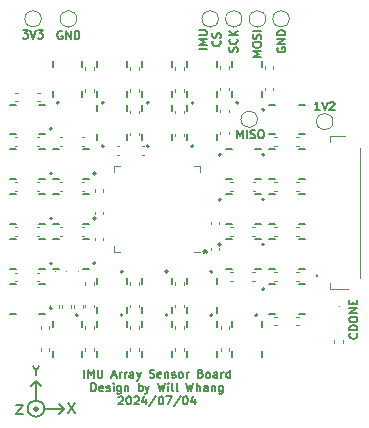
<source format=gbr>
G04 #@! TF.GenerationSoftware,KiCad,Pcbnew,(6.0.9)*
G04 #@! TF.CreationDate,2024-07-14T21:03:07-07:00*
G04 #@! TF.ProjectId,AccArray_QFN,41636341-7272-4617-995f-51464e2e6b69,rev?*
G04 #@! TF.SameCoordinates,Original*
G04 #@! TF.FileFunction,Legend,Top*
G04 #@! TF.FilePolarity,Positive*
%FSLAX46Y46*%
G04 Gerber Fmt 4.6, Leading zero omitted, Abs format (unit mm)*
G04 Created by KiCad (PCBNEW (6.0.9)) date 2024-07-14 21:03:07*
%MOMM*%
%LPD*%
G01*
G04 APERTURE LIST*
%ADD10C,0.150000*%
%ADD11C,0.300000*%
%ADD12C,0.200000*%
%ADD13C,0.100000*%
%ADD14C,0.120000*%
%ADD15C,0.127000*%
G04 APERTURE END LIST*
D10*
X89750000Y-86200000D02*
X89750000Y-84550000D01*
X90450000Y-86900000D02*
G75*
G03*
X90450000Y-86900000I-700000J0D01*
G01*
X92100000Y-86900000D02*
X91675736Y-86475736D01*
X89750000Y-84550000D02*
X89325736Y-84974264D01*
D11*
X89850000Y-86900000D02*
G75*
G03*
X89850000Y-86900000I-100000J0D01*
G01*
D10*
X92100000Y-86900000D02*
X91675736Y-87324264D01*
X92100000Y-86900000D02*
X90450000Y-86900000D01*
X89750000Y-84550000D02*
X90174264Y-84974264D01*
D12*
X89750000Y-83680952D02*
X89750000Y-84061904D01*
X89483333Y-83261904D02*
X89750000Y-83680952D01*
X90016666Y-83261904D01*
D10*
X104100000Y-73416666D02*
X104100000Y-73583333D01*
X103933333Y-73516666D02*
X104100000Y-73583333D01*
X104266666Y-73516666D01*
X104000000Y-73716666D02*
X104100000Y-73583333D01*
X104200000Y-73716666D01*
D12*
X88083333Y-86561904D02*
X88616666Y-86561904D01*
X88083333Y-87361904D01*
X88616666Y-87361904D01*
X92483333Y-86461904D02*
X93016666Y-87261904D01*
X93016666Y-86461904D02*
X92483333Y-87261904D01*
D10*
X110200000Y-56333333D02*
X110166666Y-56400000D01*
X110166666Y-56500000D01*
X110200000Y-56600000D01*
X110266666Y-56666666D01*
X110333333Y-56700000D01*
X110466666Y-56733333D01*
X110566666Y-56733333D01*
X110700000Y-56700000D01*
X110766666Y-56666666D01*
X110833333Y-56600000D01*
X110866666Y-56500000D01*
X110866666Y-56433333D01*
X110833333Y-56333333D01*
X110800000Y-56300000D01*
X110566666Y-56300000D01*
X110566666Y-56433333D01*
X110866666Y-56000000D02*
X110166666Y-56000000D01*
X110866666Y-55600000D01*
X110166666Y-55600000D01*
X110866666Y-55266666D02*
X110166666Y-55266666D01*
X110166666Y-55100000D01*
X110200000Y-55000000D01*
X110266666Y-54933333D01*
X110333333Y-54900000D01*
X110466666Y-54866666D01*
X110566666Y-54866666D01*
X110700000Y-54900000D01*
X110766666Y-54933333D01*
X110833333Y-55000000D01*
X110866666Y-55100000D01*
X110866666Y-55266666D01*
X108816666Y-57100000D02*
X108116666Y-57100000D01*
X108616666Y-56866666D01*
X108116666Y-56633333D01*
X108816666Y-56633333D01*
X108116666Y-56166666D02*
X108116666Y-56033333D01*
X108150000Y-55966666D01*
X108216666Y-55900000D01*
X108350000Y-55866666D01*
X108583333Y-55866666D01*
X108716666Y-55900000D01*
X108783333Y-55966666D01*
X108816666Y-56033333D01*
X108816666Y-56166666D01*
X108783333Y-56233333D01*
X108716666Y-56300000D01*
X108583333Y-56333333D01*
X108350000Y-56333333D01*
X108216666Y-56300000D01*
X108150000Y-56233333D01*
X108116666Y-56166666D01*
X108783333Y-55600000D02*
X108816666Y-55500000D01*
X108816666Y-55333333D01*
X108783333Y-55266666D01*
X108750000Y-55233333D01*
X108683333Y-55200000D01*
X108616666Y-55200000D01*
X108550000Y-55233333D01*
X108516666Y-55266666D01*
X108483333Y-55333333D01*
X108450000Y-55466666D01*
X108416666Y-55533333D01*
X108383333Y-55566666D01*
X108316666Y-55600000D01*
X108250000Y-55600000D01*
X108183333Y-55566666D01*
X108150000Y-55533333D01*
X108116666Y-55466666D01*
X108116666Y-55300000D01*
X108150000Y-55200000D01*
X108816666Y-54900000D02*
X108116666Y-54900000D01*
X104253166Y-56416666D02*
X103553166Y-56416666D01*
X104253166Y-56083333D02*
X103553166Y-56083333D01*
X104053166Y-55850000D01*
X103553166Y-55616666D01*
X104253166Y-55616666D01*
X103553166Y-55283333D02*
X104119833Y-55283333D01*
X104186500Y-55250000D01*
X104219833Y-55216666D01*
X104253166Y-55150000D01*
X104253166Y-55016666D01*
X104219833Y-54950000D01*
X104186500Y-54916666D01*
X104119833Y-54883333D01*
X103553166Y-54883333D01*
X105313500Y-55766666D02*
X105346833Y-55800000D01*
X105380166Y-55900000D01*
X105380166Y-55966666D01*
X105346833Y-56066666D01*
X105280166Y-56133333D01*
X105213500Y-56166666D01*
X105080166Y-56200000D01*
X104980166Y-56200000D01*
X104846833Y-56166666D01*
X104780166Y-56133333D01*
X104713500Y-56066666D01*
X104680166Y-55966666D01*
X104680166Y-55900000D01*
X104713500Y-55800000D01*
X104746833Y-55766666D01*
X105346833Y-55500000D02*
X105380166Y-55400000D01*
X105380166Y-55233333D01*
X105346833Y-55166666D01*
X105313500Y-55133333D01*
X105246833Y-55100000D01*
X105180166Y-55100000D01*
X105113500Y-55133333D01*
X105080166Y-55166666D01*
X105046833Y-55233333D01*
X105013500Y-55366666D01*
X104980166Y-55433333D01*
X104946833Y-55466666D01*
X104880166Y-55500000D01*
X104813500Y-55500000D01*
X104746833Y-55466666D01*
X104713500Y-55433333D01*
X104680166Y-55366666D01*
X104680166Y-55200000D01*
X104713500Y-55100000D01*
X91966666Y-54950000D02*
X91900000Y-54916666D01*
X91800000Y-54916666D01*
X91700000Y-54950000D01*
X91633333Y-55016666D01*
X91600000Y-55083333D01*
X91566666Y-55216666D01*
X91566666Y-55316666D01*
X91600000Y-55450000D01*
X91633333Y-55516666D01*
X91700000Y-55583333D01*
X91800000Y-55616666D01*
X91866666Y-55616666D01*
X91966666Y-55583333D01*
X92000000Y-55550000D01*
X92000000Y-55316666D01*
X91866666Y-55316666D01*
X92300000Y-55616666D02*
X92300000Y-54916666D01*
X92700000Y-55616666D01*
X92700000Y-54916666D01*
X93033333Y-55616666D02*
X93033333Y-54916666D01*
X93200000Y-54916666D01*
X93300000Y-54950000D01*
X93366666Y-55016666D01*
X93400000Y-55083333D01*
X93433333Y-55216666D01*
X93433333Y-55316666D01*
X93400000Y-55450000D01*
X93366666Y-55516666D01*
X93300000Y-55583333D01*
X93200000Y-55616666D01*
X93033333Y-55616666D01*
X106783333Y-56700000D02*
X106816666Y-56600000D01*
X106816666Y-56433333D01*
X106783333Y-56366666D01*
X106750000Y-56333333D01*
X106683333Y-56300000D01*
X106616666Y-56300000D01*
X106550000Y-56333333D01*
X106516666Y-56366666D01*
X106483333Y-56433333D01*
X106450000Y-56566666D01*
X106416666Y-56633333D01*
X106383333Y-56666666D01*
X106316666Y-56700000D01*
X106250000Y-56700000D01*
X106183333Y-56666666D01*
X106150000Y-56633333D01*
X106116666Y-56566666D01*
X106116666Y-56400000D01*
X106150000Y-56300000D01*
X106750000Y-55600000D02*
X106783333Y-55633333D01*
X106816666Y-55733333D01*
X106816666Y-55800000D01*
X106783333Y-55900000D01*
X106716666Y-55966666D01*
X106650000Y-56000000D01*
X106516666Y-56033333D01*
X106416666Y-56033333D01*
X106283333Y-56000000D01*
X106216666Y-55966666D01*
X106150000Y-55900000D01*
X106116666Y-55800000D01*
X106116666Y-55733333D01*
X106150000Y-55633333D01*
X106183333Y-55600000D01*
X106816666Y-55300000D02*
X106116666Y-55300000D01*
X106816666Y-54900000D02*
X106416666Y-55200000D01*
X106116666Y-54900000D02*
X106516666Y-55300000D01*
X113766666Y-61616666D02*
X113366666Y-61616666D01*
X113566666Y-61616666D02*
X113566666Y-60916666D01*
X113500000Y-61016666D01*
X113433333Y-61083333D01*
X113366666Y-61116666D01*
X113966666Y-60916666D02*
X114200000Y-61616666D01*
X114433333Y-60916666D01*
X114633333Y-60983333D02*
X114666666Y-60950000D01*
X114733333Y-60916666D01*
X114900000Y-60916666D01*
X114966666Y-60950000D01*
X115000000Y-60983333D01*
X115033333Y-61050000D01*
X115033333Y-61116666D01*
X115000000Y-61216666D01*
X114600000Y-61616666D01*
X115033333Y-61616666D01*
X88633333Y-54866666D02*
X89066666Y-54866666D01*
X88833333Y-55133333D01*
X88933333Y-55133333D01*
X89000000Y-55166666D01*
X89033333Y-55200000D01*
X89066666Y-55266666D01*
X89066666Y-55433333D01*
X89033333Y-55500000D01*
X89000000Y-55533333D01*
X88933333Y-55566666D01*
X88733333Y-55566666D01*
X88666666Y-55533333D01*
X88633333Y-55500000D01*
X89266666Y-54866666D02*
X89500000Y-55566666D01*
X89733333Y-54866666D01*
X89900000Y-54866666D02*
X90333333Y-54866666D01*
X90100000Y-55133333D01*
X90200000Y-55133333D01*
X90266666Y-55166666D01*
X90300000Y-55200000D01*
X90333333Y-55266666D01*
X90333333Y-55433333D01*
X90300000Y-55500000D01*
X90266666Y-55533333D01*
X90200000Y-55566666D01*
X90000000Y-55566666D01*
X89933333Y-55533333D01*
X89900000Y-55500000D01*
X106800000Y-64016666D02*
X106800000Y-63316666D01*
X107033333Y-63816666D01*
X107266666Y-63316666D01*
X107266666Y-64016666D01*
X107600000Y-64016666D02*
X107600000Y-63316666D01*
X107900000Y-63983333D02*
X108000000Y-64016666D01*
X108166666Y-64016666D01*
X108233333Y-63983333D01*
X108266666Y-63950000D01*
X108300000Y-63883333D01*
X108300000Y-63816666D01*
X108266666Y-63750000D01*
X108233333Y-63716666D01*
X108166666Y-63683333D01*
X108033333Y-63650000D01*
X107966666Y-63616666D01*
X107933333Y-63583333D01*
X107900000Y-63516666D01*
X107900000Y-63450000D01*
X107933333Y-63383333D01*
X107966666Y-63350000D01*
X108033333Y-63316666D01*
X108200000Y-63316666D01*
X108300000Y-63350000D01*
X108733333Y-63316666D02*
X108866666Y-63316666D01*
X108933333Y-63350000D01*
X109000000Y-63416666D01*
X109033333Y-63550000D01*
X109033333Y-63783333D01*
X109000000Y-63916666D01*
X108933333Y-63983333D01*
X108866666Y-64016666D01*
X108733333Y-64016666D01*
X108666666Y-63983333D01*
X108600000Y-63916666D01*
X108566666Y-63783333D01*
X108566666Y-63550000D01*
X108600000Y-63416666D01*
X108666666Y-63350000D01*
X108733333Y-63316666D01*
X116900000Y-80533333D02*
X116933333Y-80566666D01*
X116966666Y-80666666D01*
X116966666Y-80733333D01*
X116933333Y-80833333D01*
X116866666Y-80900000D01*
X116800000Y-80933333D01*
X116666666Y-80966666D01*
X116566666Y-80966666D01*
X116433333Y-80933333D01*
X116366666Y-80900000D01*
X116300000Y-80833333D01*
X116266666Y-80733333D01*
X116266666Y-80666666D01*
X116300000Y-80566666D01*
X116333333Y-80533333D01*
X116966666Y-80233333D02*
X116266666Y-80233333D01*
X116266666Y-80066666D01*
X116300000Y-79966666D01*
X116366666Y-79900000D01*
X116433333Y-79866666D01*
X116566666Y-79833333D01*
X116666666Y-79833333D01*
X116800000Y-79866666D01*
X116866666Y-79900000D01*
X116933333Y-79966666D01*
X116966666Y-80066666D01*
X116966666Y-80233333D01*
X116266666Y-79400000D02*
X116266666Y-79266666D01*
X116300000Y-79200000D01*
X116366666Y-79133333D01*
X116500000Y-79100000D01*
X116733333Y-79100000D01*
X116866666Y-79133333D01*
X116933333Y-79200000D01*
X116966666Y-79266666D01*
X116966666Y-79400000D01*
X116933333Y-79466666D01*
X116866666Y-79533333D01*
X116733333Y-79566666D01*
X116500000Y-79566666D01*
X116366666Y-79533333D01*
X116300000Y-79466666D01*
X116266666Y-79400000D01*
X116966666Y-78800000D02*
X116266666Y-78800000D01*
X116966666Y-78400000D01*
X116266666Y-78400000D01*
X116600000Y-78066666D02*
X116600000Y-77833333D01*
X116966666Y-77733333D02*
X116966666Y-78066666D01*
X116266666Y-78066666D01*
X116266666Y-77733333D01*
X93833333Y-84289666D02*
X93833333Y-83589666D01*
X94166666Y-84289666D02*
X94166666Y-83589666D01*
X94400000Y-84089666D01*
X94633333Y-83589666D01*
X94633333Y-84289666D01*
X94966666Y-83589666D02*
X94966666Y-84156333D01*
X95000000Y-84223000D01*
X95033333Y-84256333D01*
X95100000Y-84289666D01*
X95233333Y-84289666D01*
X95300000Y-84256333D01*
X95333333Y-84223000D01*
X95366666Y-84156333D01*
X95366666Y-83589666D01*
X96200000Y-84089666D02*
X96533333Y-84089666D01*
X96133333Y-84289666D02*
X96366666Y-83589666D01*
X96600000Y-84289666D01*
X96833333Y-84289666D02*
X96833333Y-83823000D01*
X96833333Y-83956333D02*
X96866666Y-83889666D01*
X96900000Y-83856333D01*
X96966666Y-83823000D01*
X97033333Y-83823000D01*
X97266666Y-84289666D02*
X97266666Y-83823000D01*
X97266666Y-83956333D02*
X97300000Y-83889666D01*
X97333333Y-83856333D01*
X97400000Y-83823000D01*
X97466666Y-83823000D01*
X98000000Y-84289666D02*
X98000000Y-83923000D01*
X97966666Y-83856333D01*
X97900000Y-83823000D01*
X97766666Y-83823000D01*
X97700000Y-83856333D01*
X98000000Y-84256333D02*
X97933333Y-84289666D01*
X97766666Y-84289666D01*
X97700000Y-84256333D01*
X97666666Y-84189666D01*
X97666666Y-84123000D01*
X97700000Y-84056333D01*
X97766666Y-84023000D01*
X97933333Y-84023000D01*
X98000000Y-83989666D01*
X98266666Y-83823000D02*
X98433333Y-84289666D01*
X98600000Y-83823000D02*
X98433333Y-84289666D01*
X98366666Y-84456333D01*
X98333333Y-84489666D01*
X98266666Y-84523000D01*
X99366666Y-84256333D02*
X99466666Y-84289666D01*
X99633333Y-84289666D01*
X99700000Y-84256333D01*
X99733333Y-84223000D01*
X99766666Y-84156333D01*
X99766666Y-84089666D01*
X99733333Y-84023000D01*
X99700000Y-83989666D01*
X99633333Y-83956333D01*
X99500000Y-83923000D01*
X99433333Y-83889666D01*
X99400000Y-83856333D01*
X99366666Y-83789666D01*
X99366666Y-83723000D01*
X99400000Y-83656333D01*
X99433333Y-83623000D01*
X99500000Y-83589666D01*
X99666666Y-83589666D01*
X99766666Y-83623000D01*
X100333333Y-84256333D02*
X100266666Y-84289666D01*
X100133333Y-84289666D01*
X100066666Y-84256333D01*
X100033333Y-84189666D01*
X100033333Y-83923000D01*
X100066666Y-83856333D01*
X100133333Y-83823000D01*
X100266666Y-83823000D01*
X100333333Y-83856333D01*
X100366666Y-83923000D01*
X100366666Y-83989666D01*
X100033333Y-84056333D01*
X100666666Y-83823000D02*
X100666666Y-84289666D01*
X100666666Y-83889666D02*
X100700000Y-83856333D01*
X100766666Y-83823000D01*
X100866666Y-83823000D01*
X100933333Y-83856333D01*
X100966666Y-83923000D01*
X100966666Y-84289666D01*
X101266666Y-84256333D02*
X101333333Y-84289666D01*
X101466666Y-84289666D01*
X101533333Y-84256333D01*
X101566666Y-84189666D01*
X101566666Y-84156333D01*
X101533333Y-84089666D01*
X101466666Y-84056333D01*
X101366666Y-84056333D01*
X101300000Y-84023000D01*
X101266666Y-83956333D01*
X101266666Y-83923000D01*
X101300000Y-83856333D01*
X101366666Y-83823000D01*
X101466666Y-83823000D01*
X101533333Y-83856333D01*
X101966666Y-84289666D02*
X101900000Y-84256333D01*
X101866666Y-84223000D01*
X101833333Y-84156333D01*
X101833333Y-83956333D01*
X101866666Y-83889666D01*
X101900000Y-83856333D01*
X101966666Y-83823000D01*
X102066666Y-83823000D01*
X102133333Y-83856333D01*
X102166666Y-83889666D01*
X102200000Y-83956333D01*
X102200000Y-84156333D01*
X102166666Y-84223000D01*
X102133333Y-84256333D01*
X102066666Y-84289666D01*
X101966666Y-84289666D01*
X102500000Y-84289666D02*
X102500000Y-83823000D01*
X102500000Y-83956333D02*
X102533333Y-83889666D01*
X102566666Y-83856333D01*
X102633333Y-83823000D01*
X102700000Y-83823000D01*
X103700000Y-83923000D02*
X103800000Y-83956333D01*
X103833333Y-83989666D01*
X103866666Y-84056333D01*
X103866666Y-84156333D01*
X103833333Y-84223000D01*
X103800000Y-84256333D01*
X103733333Y-84289666D01*
X103466666Y-84289666D01*
X103466666Y-83589666D01*
X103700000Y-83589666D01*
X103766666Y-83623000D01*
X103800000Y-83656333D01*
X103833333Y-83723000D01*
X103833333Y-83789666D01*
X103800000Y-83856333D01*
X103766666Y-83889666D01*
X103700000Y-83923000D01*
X103466666Y-83923000D01*
X104266666Y-84289666D02*
X104200000Y-84256333D01*
X104166666Y-84223000D01*
X104133333Y-84156333D01*
X104133333Y-83956333D01*
X104166666Y-83889666D01*
X104200000Y-83856333D01*
X104266666Y-83823000D01*
X104366666Y-83823000D01*
X104433333Y-83856333D01*
X104466666Y-83889666D01*
X104500000Y-83956333D01*
X104500000Y-84156333D01*
X104466666Y-84223000D01*
X104433333Y-84256333D01*
X104366666Y-84289666D01*
X104266666Y-84289666D01*
X105100000Y-84289666D02*
X105100000Y-83923000D01*
X105066666Y-83856333D01*
X105000000Y-83823000D01*
X104866666Y-83823000D01*
X104800000Y-83856333D01*
X105100000Y-84256333D02*
X105033333Y-84289666D01*
X104866666Y-84289666D01*
X104800000Y-84256333D01*
X104766666Y-84189666D01*
X104766666Y-84123000D01*
X104800000Y-84056333D01*
X104866666Y-84023000D01*
X105033333Y-84023000D01*
X105100000Y-83989666D01*
X105433333Y-84289666D02*
X105433333Y-83823000D01*
X105433333Y-83956333D02*
X105466666Y-83889666D01*
X105500000Y-83856333D01*
X105566666Y-83823000D01*
X105633333Y-83823000D01*
X106166666Y-84289666D02*
X106166666Y-83589666D01*
X106166666Y-84256333D02*
X106100000Y-84289666D01*
X105966666Y-84289666D01*
X105900000Y-84256333D01*
X105866666Y-84223000D01*
X105833333Y-84156333D01*
X105833333Y-83956333D01*
X105866666Y-83889666D01*
X105900000Y-83856333D01*
X105966666Y-83823000D01*
X106100000Y-83823000D01*
X106166666Y-83856333D01*
X94450000Y-85416666D02*
X94450000Y-84716666D01*
X94616666Y-84716666D01*
X94716666Y-84750000D01*
X94783333Y-84816666D01*
X94816666Y-84883333D01*
X94850000Y-85016666D01*
X94850000Y-85116666D01*
X94816666Y-85250000D01*
X94783333Y-85316666D01*
X94716666Y-85383333D01*
X94616666Y-85416666D01*
X94450000Y-85416666D01*
X95416666Y-85383333D02*
X95350000Y-85416666D01*
X95216666Y-85416666D01*
X95150000Y-85383333D01*
X95116666Y-85316666D01*
X95116666Y-85050000D01*
X95150000Y-84983333D01*
X95216666Y-84950000D01*
X95350000Y-84950000D01*
X95416666Y-84983333D01*
X95450000Y-85050000D01*
X95450000Y-85116666D01*
X95116666Y-85183333D01*
X95716666Y-85383333D02*
X95783333Y-85416666D01*
X95916666Y-85416666D01*
X95983333Y-85383333D01*
X96016666Y-85316666D01*
X96016666Y-85283333D01*
X95983333Y-85216666D01*
X95916666Y-85183333D01*
X95816666Y-85183333D01*
X95750000Y-85150000D01*
X95716666Y-85083333D01*
X95716666Y-85050000D01*
X95750000Y-84983333D01*
X95816666Y-84950000D01*
X95916666Y-84950000D01*
X95983333Y-84983333D01*
X96316666Y-85416666D02*
X96316666Y-84950000D01*
X96316666Y-84716666D02*
X96283333Y-84750000D01*
X96316666Y-84783333D01*
X96350000Y-84750000D01*
X96316666Y-84716666D01*
X96316666Y-84783333D01*
X96950000Y-84950000D02*
X96950000Y-85516666D01*
X96916666Y-85583333D01*
X96883333Y-85616666D01*
X96816666Y-85650000D01*
X96716666Y-85650000D01*
X96650000Y-85616666D01*
X96950000Y-85383333D02*
X96883333Y-85416666D01*
X96750000Y-85416666D01*
X96683333Y-85383333D01*
X96650000Y-85350000D01*
X96616666Y-85283333D01*
X96616666Y-85083333D01*
X96650000Y-85016666D01*
X96683333Y-84983333D01*
X96750000Y-84950000D01*
X96883333Y-84950000D01*
X96950000Y-84983333D01*
X97283333Y-84950000D02*
X97283333Y-85416666D01*
X97283333Y-85016666D02*
X97316666Y-84983333D01*
X97383333Y-84950000D01*
X97483333Y-84950000D01*
X97550000Y-84983333D01*
X97583333Y-85050000D01*
X97583333Y-85416666D01*
X98450000Y-85416666D02*
X98450000Y-84716666D01*
X98450000Y-84983333D02*
X98516666Y-84950000D01*
X98650000Y-84950000D01*
X98716666Y-84983333D01*
X98750000Y-85016666D01*
X98783333Y-85083333D01*
X98783333Y-85283333D01*
X98750000Y-85350000D01*
X98716666Y-85383333D01*
X98650000Y-85416666D01*
X98516666Y-85416666D01*
X98450000Y-85383333D01*
X99016666Y-84950000D02*
X99183333Y-85416666D01*
X99350000Y-84950000D02*
X99183333Y-85416666D01*
X99116666Y-85583333D01*
X99083333Y-85616666D01*
X99016666Y-85650000D01*
X100083333Y-84716666D02*
X100250000Y-85416666D01*
X100383333Y-84916666D01*
X100516666Y-85416666D01*
X100683333Y-84716666D01*
X100950000Y-85416666D02*
X100950000Y-84950000D01*
X100950000Y-84716666D02*
X100916666Y-84750000D01*
X100950000Y-84783333D01*
X100983333Y-84750000D01*
X100950000Y-84716666D01*
X100950000Y-84783333D01*
X101383333Y-85416666D02*
X101316666Y-85383333D01*
X101283333Y-85316666D01*
X101283333Y-84716666D01*
X101750000Y-85416666D02*
X101683333Y-85383333D01*
X101650000Y-85316666D01*
X101650000Y-84716666D01*
X102483333Y-84716666D02*
X102650000Y-85416666D01*
X102783333Y-84916666D01*
X102916666Y-85416666D01*
X103083333Y-84716666D01*
X103350000Y-85416666D02*
X103350000Y-84716666D01*
X103650000Y-85416666D02*
X103650000Y-85050000D01*
X103616666Y-84983333D01*
X103550000Y-84950000D01*
X103450000Y-84950000D01*
X103383333Y-84983333D01*
X103350000Y-85016666D01*
X104283333Y-85416666D02*
X104283333Y-85050000D01*
X104250000Y-84983333D01*
X104183333Y-84950000D01*
X104050000Y-84950000D01*
X103983333Y-84983333D01*
X104283333Y-85383333D02*
X104216666Y-85416666D01*
X104050000Y-85416666D01*
X103983333Y-85383333D01*
X103950000Y-85316666D01*
X103950000Y-85250000D01*
X103983333Y-85183333D01*
X104050000Y-85150000D01*
X104216666Y-85150000D01*
X104283333Y-85116666D01*
X104616666Y-84950000D02*
X104616666Y-85416666D01*
X104616666Y-85016666D02*
X104650000Y-84983333D01*
X104716666Y-84950000D01*
X104816666Y-84950000D01*
X104883333Y-84983333D01*
X104916666Y-85050000D01*
X104916666Y-85416666D01*
X105550000Y-84950000D02*
X105550000Y-85516666D01*
X105516666Y-85583333D01*
X105483333Y-85616666D01*
X105416666Y-85650000D01*
X105316666Y-85650000D01*
X105250000Y-85616666D01*
X105550000Y-85383333D02*
X105483333Y-85416666D01*
X105350000Y-85416666D01*
X105283333Y-85383333D01*
X105250000Y-85350000D01*
X105216666Y-85283333D01*
X105216666Y-85083333D01*
X105250000Y-85016666D01*
X105283333Y-84983333D01*
X105350000Y-84950000D01*
X105483333Y-84950000D01*
X105550000Y-84983333D01*
X96733333Y-85910333D02*
X96766666Y-85877000D01*
X96833333Y-85843666D01*
X97000000Y-85843666D01*
X97066666Y-85877000D01*
X97100000Y-85910333D01*
X97133333Y-85977000D01*
X97133333Y-86043666D01*
X97100000Y-86143666D01*
X96700000Y-86543666D01*
X97133333Y-86543666D01*
X97566666Y-85843666D02*
X97633333Y-85843666D01*
X97700000Y-85877000D01*
X97733333Y-85910333D01*
X97766666Y-85977000D01*
X97800000Y-86110333D01*
X97800000Y-86277000D01*
X97766666Y-86410333D01*
X97733333Y-86477000D01*
X97700000Y-86510333D01*
X97633333Y-86543666D01*
X97566666Y-86543666D01*
X97500000Y-86510333D01*
X97466666Y-86477000D01*
X97433333Y-86410333D01*
X97400000Y-86277000D01*
X97400000Y-86110333D01*
X97433333Y-85977000D01*
X97466666Y-85910333D01*
X97500000Y-85877000D01*
X97566666Y-85843666D01*
X98066666Y-85910333D02*
X98100000Y-85877000D01*
X98166666Y-85843666D01*
X98333333Y-85843666D01*
X98400000Y-85877000D01*
X98433333Y-85910333D01*
X98466666Y-85977000D01*
X98466666Y-86043666D01*
X98433333Y-86143666D01*
X98033333Y-86543666D01*
X98466666Y-86543666D01*
X99066666Y-86077000D02*
X99066666Y-86543666D01*
X98900000Y-85810333D02*
X98733333Y-86310333D01*
X99166666Y-86310333D01*
X99933333Y-85810333D02*
X99333333Y-86710333D01*
X100300000Y-85843666D02*
X100366666Y-85843666D01*
X100433333Y-85877000D01*
X100466666Y-85910333D01*
X100500000Y-85977000D01*
X100533333Y-86110333D01*
X100533333Y-86277000D01*
X100500000Y-86410333D01*
X100466666Y-86477000D01*
X100433333Y-86510333D01*
X100366666Y-86543666D01*
X100300000Y-86543666D01*
X100233333Y-86510333D01*
X100200000Y-86477000D01*
X100166666Y-86410333D01*
X100133333Y-86277000D01*
X100133333Y-86110333D01*
X100166666Y-85977000D01*
X100200000Y-85910333D01*
X100233333Y-85877000D01*
X100300000Y-85843666D01*
X100766666Y-85843666D02*
X101233333Y-85843666D01*
X100933333Y-86543666D01*
X102000000Y-85810333D02*
X101400000Y-86710333D01*
X102366666Y-85843666D02*
X102433333Y-85843666D01*
X102500000Y-85877000D01*
X102533333Y-85910333D01*
X102566666Y-85977000D01*
X102600000Y-86110333D01*
X102600000Y-86277000D01*
X102566666Y-86410333D01*
X102533333Y-86477000D01*
X102500000Y-86510333D01*
X102433333Y-86543666D01*
X102366666Y-86543666D01*
X102300000Y-86510333D01*
X102266666Y-86477000D01*
X102233333Y-86410333D01*
X102200000Y-86277000D01*
X102200000Y-86110333D01*
X102233333Y-85977000D01*
X102266666Y-85910333D01*
X102300000Y-85877000D01*
X102366666Y-85843666D01*
X103200000Y-86077000D02*
X103200000Y-86543666D01*
X103033333Y-85810333D02*
X102866666Y-86310333D01*
X103300000Y-86310333D01*
D13*
G04 #@! TO.C,D1*
X115450000Y-78235000D02*
G75*
G03*
X115450000Y-78235000I-50000J0D01*
G01*
D14*
G04 #@! TO.C,R6*
X93730000Y-78096359D02*
X93730000Y-78403641D01*
X92970000Y-78096359D02*
X92970000Y-78403641D01*
G04 #@! TO.C,R3*
X115780000Y-81046359D02*
X115780000Y-81353641D01*
X115020000Y-81046359D02*
X115020000Y-81353641D01*
D15*
G04 #@! TO.C,U15*
X109487500Y-72550000D02*
X109997500Y-72550000D01*
X112487500Y-75050000D02*
X111977500Y-75050000D01*
X111977500Y-72550000D02*
X112487500Y-72550000D01*
X109487500Y-75050000D02*
X109997500Y-75050000D01*
D12*
X109087500Y-73000000D02*
G75*
G03*
X109087500Y-73000000I-100000J0D01*
G01*
D13*
G04 #@! TO.C,D4*
X93400000Y-75260000D02*
G75*
G03*
X93400000Y-75260000I-50000J0D01*
G01*
D14*
G04 #@! TO.C,U33*
X96390000Y-66390000D02*
X96390000Y-66865000D01*
X103135000Y-73610000D02*
X103610000Y-73610000D01*
X96865000Y-73610000D02*
X96390000Y-73610000D01*
X103610000Y-66390000D02*
X103610000Y-66865000D01*
X96390000Y-73610000D02*
X96390000Y-73135000D01*
X96865000Y-66390000D02*
X96390000Y-66390000D01*
X103135000Y-66390000D02*
X103610000Y-66390000D01*
G04 #@! TO.C,C67*
X106110000Y-80157836D02*
X106110000Y-79942164D01*
X105390000Y-80157836D02*
X105390000Y-79942164D01*
D15*
G04 #@! TO.C,U31*
X88022500Y-67450000D02*
X87512500Y-67450000D01*
X87512500Y-64950000D02*
X88022500Y-64950000D01*
X90512500Y-67450000D02*
X90002500Y-67450000D01*
X90512500Y-64950000D02*
X90002500Y-64950000D01*
D12*
X91112500Y-67000000D02*
G75*
G03*
X91112500Y-67000000I-100000J0D01*
G01*
D14*
G04 #@! TO.C,C40*
X106407836Y-67740000D02*
X106192164Y-67740000D01*
X106407836Y-68460000D02*
X106192164Y-68460000D01*
G04 #@! TO.C,TP4*
X105200000Y-53900000D02*
G75*
G03*
X105200000Y-53900000I-700000J0D01*
G01*
G04 #@! TO.C,C84*
X87942164Y-71540000D02*
X88157836Y-71540000D01*
X87942164Y-72260000D02*
X88157836Y-72260000D01*
D15*
G04 #@! TO.C,U32*
X90512500Y-61150000D02*
X90002500Y-61150000D01*
X88022500Y-63650000D02*
X87512500Y-63650000D01*
X87512500Y-61150000D02*
X88022500Y-61150000D01*
X90512500Y-63650000D02*
X90002500Y-63650000D01*
D12*
X91112500Y-63200000D02*
G75*
G03*
X91112500Y-63200000I-100000J0D01*
G01*
D14*
G04 #@! TO.C,C69*
X97740000Y-80157836D02*
X97740000Y-79942164D01*
X98460000Y-80157836D02*
X98460000Y-79942164D01*
G04 #@! TO.C,C35*
X112007836Y-64635000D02*
X111792164Y-64635000D01*
X112007836Y-63915000D02*
X111792164Y-63915000D01*
D15*
G04 #@! TO.C,U22*
X98750000Y-79487500D02*
X98750000Y-79997500D01*
X101250000Y-79487500D02*
X101250000Y-79997500D01*
X98750000Y-82487500D02*
X98750000Y-81977500D01*
X101250000Y-81977500D02*
X101250000Y-82487500D01*
D12*
X100900000Y-78987500D02*
G75*
G03*
X100900000Y-78987500I-100000J0D01*
G01*
D14*
G04 #@! TO.C,TP1*
X114900000Y-62600000D02*
G75*
G03*
X114900000Y-62600000I-700000J0D01*
G01*
G04 #@! TO.C,C37*
X112007836Y-71540000D02*
X111792164Y-71540000D01*
X112007836Y-72260000D02*
X111792164Y-72260000D01*
G04 #@! TO.C,C34*
X108295336Y-75340000D02*
X108079664Y-75340000D01*
X108295336Y-76060000D02*
X108079664Y-76060000D01*
D15*
G04 #@! TO.C,U28*
X87512500Y-76350000D02*
X88022500Y-76350000D01*
X88022500Y-78850000D02*
X87512500Y-78850000D01*
X90512500Y-78850000D02*
X90002500Y-78850000D01*
X90512500Y-76350000D02*
X90002500Y-76350000D01*
D12*
X91112500Y-78400000D02*
G75*
G03*
X91112500Y-78400000I-100000J0D01*
G01*
D14*
G04 #@! TO.C,C44*
X110157836Y-68460000D02*
X109942164Y-68460000D01*
X110157836Y-67740000D02*
X109942164Y-67740000D01*
G04 #@! TO.C,C94*
X89804664Y-64660000D02*
X90020336Y-64660000D01*
X89804664Y-63940000D02*
X90020336Y-63940000D01*
G04 #@! TO.C,C65*
X98460000Y-76407836D02*
X98460000Y-76192164D01*
X97740000Y-76407836D02*
X97740000Y-76192164D01*
G04 #@! TO.C,C47*
X110157836Y-79860000D02*
X109942164Y-79860000D01*
X110157836Y-79140000D02*
X109942164Y-79140000D01*
G04 #@! TO.C,C14*
X106060000Y-57892164D02*
X106060000Y-58107836D01*
X105340000Y-57892164D02*
X105340000Y-58107836D01*
G04 #@! TO.C,C19*
X94660000Y-59842164D02*
X94660000Y-60057836D01*
X93940000Y-59842164D02*
X93940000Y-60057836D01*
D15*
G04 #@! TO.C,U26*
X91200000Y-68750000D02*
X91710000Y-68750000D01*
X94200000Y-71250000D02*
X93690000Y-71250000D01*
X94200000Y-68750000D02*
X93690000Y-68750000D01*
X91710000Y-71250000D02*
X91200000Y-71250000D01*
D12*
X94800000Y-70800000D02*
G75*
G03*
X94800000Y-70800000I-100000J0D01*
G01*
D14*
G04 #@! TO.C,C12*
X97740000Y-57992164D02*
X97740000Y-58207836D01*
X98460000Y-57992164D02*
X98460000Y-58207836D01*
G04 #@! TO.C,C64*
X101540000Y-76407836D02*
X101540000Y-76192164D01*
X102260000Y-76407836D02*
X102260000Y-76192164D01*
G04 #@! TO.C,TP7*
X111200000Y-53900000D02*
G75*
G03*
X111200000Y-53900000I-700000J0D01*
G01*
D13*
G04 #@! TO.C,D2*
X91400000Y-75260000D02*
G75*
G03*
X91400000Y-75260000I-50000J0D01*
G01*
D14*
G04 #@! TO.C,C5*
X105260000Y-73292164D02*
X105260000Y-73507836D01*
X104540000Y-73292164D02*
X104540000Y-73507836D01*
D15*
G04 #@! TO.C,U1*
X97450000Y-61187500D02*
X97450000Y-61697500D01*
X97450000Y-64187500D02*
X97450000Y-63677500D01*
X94950000Y-61697500D02*
X94950000Y-61187500D01*
X94950000Y-64187500D02*
X94950000Y-63677500D01*
D12*
X95500000Y-64687500D02*
G75*
G03*
X95500000Y-64687500I-100000J0D01*
G01*
D14*
G04 #@! TO.C,C87*
X87992164Y-60140000D02*
X88207836Y-60140000D01*
X87992164Y-60860000D02*
X88207836Y-60860000D01*
G04 #@! TO.C,C18*
X106060000Y-63442164D02*
X106060000Y-63657836D01*
X105340000Y-63442164D02*
X105340000Y-63657836D01*
D15*
G04 #@! TO.C,U11*
X105800000Y-72550000D02*
X106310000Y-72550000D01*
X108290000Y-72550000D02*
X108800000Y-72550000D01*
X108800000Y-75050000D02*
X108290000Y-75050000D01*
X105800000Y-75050000D02*
X106310000Y-75050000D01*
D12*
X105400000Y-73000000D02*
G75*
G03*
X105400000Y-73000000I-100000J0D01*
G01*
D15*
G04 #@! TO.C,U8*
X106350000Y-58010000D02*
X106350000Y-57500000D01*
X106350000Y-60500000D02*
X106350000Y-59990000D01*
X108850000Y-57500000D02*
X108850000Y-58010000D01*
X108850000Y-60500000D02*
X108850000Y-59990000D01*
D12*
X106900000Y-61000000D02*
G75*
G03*
X106900000Y-61000000I-100000J0D01*
G01*
D14*
G04 #@! TO.C,C1*
X98692164Y-64690000D02*
X98907836Y-64690000D01*
X98692164Y-65410000D02*
X98907836Y-65410000D01*
G04 #@! TO.C,C66*
X93940000Y-76407836D02*
X93940000Y-76192164D01*
X94660000Y-76407836D02*
X94660000Y-76192164D01*
G04 #@! TO.C,R5*
X91970000Y-78096359D02*
X91970000Y-78403641D01*
X92730000Y-78096359D02*
X92730000Y-78403641D01*
G04 #@! TO.C,TP6*
X107200000Y-53900000D02*
G75*
G03*
X107200000Y-53900000I-700000J0D01*
G01*
G04 #@! TO.C,C8*
X106060000Y-61592164D02*
X106060000Y-61807836D01*
X105340000Y-61592164D02*
X105340000Y-61807836D01*
G04 #@! TO.C,C92*
X89804664Y-71540000D02*
X90020336Y-71540000D01*
X89804664Y-72260000D02*
X90020336Y-72260000D01*
G04 #@! TO.C,C2*
X95460000Y-72442164D02*
X95460000Y-72657836D01*
X94740000Y-72442164D02*
X94740000Y-72657836D01*
G04 #@! TO.C,C88*
X93604664Y-71540000D02*
X93820336Y-71540000D01*
X93604664Y-72260000D02*
X93820336Y-72260000D01*
G04 #@! TO.C,C80*
X91742164Y-72260000D02*
X91957836Y-72260000D01*
X91742164Y-71540000D02*
X91957836Y-71540000D01*
G04 #@! TO.C,C61*
X97740000Y-82007836D02*
X97740000Y-81792164D01*
X98460000Y-82007836D02*
X98460000Y-81792164D01*
G04 #@! TO.C,C91*
X89804664Y-76110000D02*
X90020336Y-76110000D01*
X89804664Y-75390000D02*
X90020336Y-75390000D01*
D15*
G04 #@! TO.C,U25*
X91200000Y-72550000D02*
X91710000Y-72550000D01*
X94200000Y-72550000D02*
X93690000Y-72550000D01*
X94200000Y-75050000D02*
X93690000Y-75050000D01*
X91710000Y-75050000D02*
X91200000Y-75050000D01*
D12*
X94800000Y-74600000D02*
G75*
G03*
X94800000Y-74600000I-100000J0D01*
G01*
D14*
G04 #@! TO.C,TP5*
X109200000Y-53900000D02*
G75*
G03*
X109200000Y-53900000I-700000J0D01*
G01*
D15*
G04 #@! TO.C,U16*
X109487500Y-76350000D02*
X109997500Y-76350000D01*
X112487500Y-78850000D02*
X111977500Y-78850000D01*
X109487500Y-78850000D02*
X109997500Y-78850000D01*
X111977500Y-76350000D02*
X112487500Y-76350000D01*
D12*
X109087500Y-76800000D02*
G75*
G03*
X109087500Y-76800000I-100000J0D01*
G01*
D14*
G04 #@! TO.C,C33*
X108295336Y-72260000D02*
X108079664Y-72260000D01*
X108295336Y-71540000D02*
X108079664Y-71540000D01*
D15*
G04 #@! TO.C,U4*
X91150000Y-58010000D02*
X91150000Y-57500000D01*
X93650000Y-60500000D02*
X93650000Y-59990000D01*
X93650000Y-57500000D02*
X93650000Y-58010000D01*
X91150000Y-60500000D02*
X91150000Y-59990000D01*
D12*
X91700000Y-61000000D02*
G75*
G03*
X91700000Y-61000000I-100000J0D01*
G01*
D15*
G04 #@! TO.C,U5*
X94950000Y-60500000D02*
X94950000Y-59990000D01*
X97450000Y-60500000D02*
X97450000Y-59990000D01*
X97450000Y-57500000D02*
X97450000Y-58010000D01*
X94950000Y-58010000D02*
X94950000Y-57500000D01*
D12*
X95500000Y-61000000D02*
G75*
G03*
X95500000Y-61000000I-100000J0D01*
G01*
D15*
G04 #@! TO.C,U30*
X88022500Y-71250000D02*
X87512500Y-71250000D01*
X90512500Y-68750000D02*
X90002500Y-68750000D01*
X90512500Y-71250000D02*
X90002500Y-71250000D01*
X87512500Y-68750000D02*
X88022500Y-68750000D01*
D12*
X91112500Y-70800000D02*
G75*
G03*
X91112500Y-70800000I-100000J0D01*
G01*
D14*
G04 #@! TO.C,C60*
X102260000Y-82007836D02*
X102260000Y-81792164D01*
X101540000Y-82007836D02*
X101540000Y-81792164D01*
G04 #@! TO.C,C58*
X93940000Y-78307836D02*
X93940000Y-78092164D01*
X94660000Y-78307836D02*
X94660000Y-78092164D01*
G04 #@! TO.C,C95*
X89842164Y-60860000D02*
X90057836Y-60860000D01*
X89842164Y-60140000D02*
X90057836Y-60140000D01*
G04 #@! TO.C,C6*
X101540000Y-61692164D02*
X101540000Y-61907836D01*
X102260000Y-61692164D02*
X102260000Y-61907836D01*
D15*
G04 #@! TO.C,U13*
X109487500Y-64950000D02*
X109997500Y-64950000D01*
X109487500Y-67450000D02*
X109997500Y-67450000D01*
X111977500Y-64950000D02*
X112487500Y-64950000D01*
X112487500Y-67450000D02*
X111977500Y-67450000D01*
D12*
X109087500Y-65400000D02*
G75*
G03*
X109087500Y-65400000I-100000J0D01*
G01*
D14*
G04 #@! TO.C,C38*
X112007836Y-76060000D02*
X111792164Y-76060000D01*
X112007836Y-75340000D02*
X111792164Y-75340000D01*
D15*
G04 #@! TO.C,U14*
X109487500Y-68750000D02*
X109997500Y-68750000D01*
X112487500Y-71250000D02*
X111977500Y-71250000D01*
X109487500Y-71250000D02*
X109997500Y-71250000D01*
X111977500Y-68750000D02*
X112487500Y-68750000D01*
D12*
X109087500Y-69200000D02*
G75*
G03*
X109087500Y-69200000I-100000J0D01*
G01*
D14*
G04 #@! TO.C,C17*
X101540000Y-63642164D02*
X101540000Y-63857836D01*
X102260000Y-63642164D02*
X102260000Y-63857836D01*
D15*
G04 #@! TO.C,U12*
X109487500Y-61150000D02*
X109997500Y-61150000D01*
X111977500Y-61150000D02*
X112487500Y-61150000D01*
X112487500Y-63650000D02*
X111977500Y-63650000D01*
X109487500Y-63650000D02*
X109997500Y-63650000D01*
D12*
X109087500Y-61600000D02*
G75*
G03*
X109087500Y-61600000I-100000J0D01*
G01*
D14*
G04 #@! TO.C,C21*
X101540000Y-59842164D02*
X101540000Y-60057836D01*
X102260000Y-59842164D02*
X102260000Y-60057836D01*
G04 #@! TO.C,C59*
X105390000Y-82007836D02*
X105390000Y-81792164D01*
X106110000Y-82007836D02*
X106110000Y-81792164D01*
G04 #@! TO.C,C57*
X97740000Y-78307836D02*
X97740000Y-78092164D01*
X98460000Y-78307836D02*
X98460000Y-78092164D01*
D15*
G04 #@! TO.C,U21*
X102550000Y-79487500D02*
X102550000Y-79997500D01*
X105050000Y-79487500D02*
X105050000Y-79997500D01*
X102550000Y-82487500D02*
X102550000Y-81977500D01*
X105050000Y-81977500D02*
X105050000Y-82487500D01*
D12*
X104700000Y-78987500D02*
G75*
G03*
X104700000Y-78987500I-100000J0D01*
G01*
D15*
G04 #@! TO.C,U9*
X108800000Y-67450000D02*
X108290000Y-67450000D01*
X105800000Y-64950000D02*
X106310000Y-64950000D01*
X105800000Y-67450000D02*
X106310000Y-67450000D01*
X108290000Y-64950000D02*
X108800000Y-64950000D01*
D12*
X105400000Y-65400000D02*
G75*
G03*
X105400000Y-65400000I-100000J0D01*
G01*
D14*
G04 #@! TO.C,C85*
X87942164Y-67740000D02*
X88157836Y-67740000D01*
X87942164Y-68460000D02*
X88157836Y-68460000D01*
D15*
G04 #@! TO.C,U7*
X105050000Y-60500000D02*
X105050000Y-59990000D01*
X102550000Y-58010000D02*
X102550000Y-57500000D01*
X105050000Y-57500000D02*
X105050000Y-58010000D01*
X102550000Y-60500000D02*
X102550000Y-59990000D01*
D12*
X103100000Y-61000000D02*
G75*
G03*
X103100000Y-61000000I-100000J0D01*
G01*
D14*
G04 #@! TO.C,C42*
X106395336Y-75340000D02*
X106179664Y-75340000D01*
X106395336Y-76060000D02*
X106179664Y-76060000D01*
D15*
G04 #@! TO.C,U10*
X105800000Y-71250000D02*
X106310000Y-71250000D01*
X105800000Y-68750000D02*
X106310000Y-68750000D01*
X108800000Y-71250000D02*
X108290000Y-71250000D01*
X108290000Y-68750000D02*
X108800000Y-68750000D01*
D12*
X105400000Y-69200000D02*
G75*
G03*
X105400000Y-69200000I-100000J0D01*
G01*
D14*
G04 #@! TO.C,C15*
X109860000Y-57892164D02*
X109860000Y-58107836D01*
X109140000Y-57892164D02*
X109140000Y-58107836D01*
G04 #@! TO.C,C86*
X87942164Y-64660000D02*
X88157836Y-64660000D01*
X87942164Y-63940000D02*
X88157836Y-63940000D01*
G04 #@! TO.C,C16*
X97740000Y-63542164D02*
X97740000Y-63757836D01*
X98460000Y-63542164D02*
X98460000Y-63757836D01*
G04 #@! TO.C,C32*
X108307836Y-67740000D02*
X108092164Y-67740000D01*
X108307836Y-68460000D02*
X108092164Y-68460000D01*
G04 #@! TO.C,C93*
X89804664Y-67740000D02*
X90020336Y-67740000D01*
X89804664Y-68460000D02*
X90020336Y-68460000D01*
D15*
G04 #@! TO.C,U27*
X91710000Y-67450000D02*
X91200000Y-67450000D01*
X94200000Y-67450000D02*
X93690000Y-67450000D01*
X94200000Y-64950000D02*
X93690000Y-64950000D01*
X91200000Y-64950000D02*
X91710000Y-64950000D01*
D12*
X94800000Y-67000000D02*
G75*
G03*
X94800000Y-67000000I-100000J0D01*
G01*
D14*
G04 #@! TO.C,R4*
X90970000Y-78096359D02*
X90970000Y-78403641D01*
X91730000Y-78096359D02*
X91730000Y-78403641D01*
D15*
G04 #@! TO.C,U6*
X98750000Y-60500000D02*
X98750000Y-59990000D01*
X98750000Y-58010000D02*
X98750000Y-57500000D01*
X101250000Y-60500000D02*
X101250000Y-59990000D01*
X101250000Y-57500000D02*
X101250000Y-58010000D01*
D12*
X99300000Y-61000000D02*
G75*
G03*
X99300000Y-61000000I-100000J0D01*
G01*
D14*
G04 #@! TO.C,C7*
X95460000Y-68557836D02*
X95460000Y-68342164D01*
X94740000Y-68557836D02*
X94740000Y-68342164D01*
G04 #@! TO.C,C20*
X97740000Y-59842164D02*
X97740000Y-60057836D01*
X98460000Y-59842164D02*
X98460000Y-60057836D01*
G04 #@! TO.C,C111*
X96807836Y-64690000D02*
X96592164Y-64690000D01*
X96807836Y-65410000D02*
X96592164Y-65410000D01*
D15*
G04 #@! TO.C,U3*
X105050000Y-64187500D02*
X105050000Y-63677500D01*
X102550000Y-61697500D02*
X102550000Y-61187500D01*
X105050000Y-61187500D02*
X105050000Y-61697500D01*
X102550000Y-64187500D02*
X102550000Y-63677500D01*
D12*
X103100000Y-64687500D02*
G75*
G03*
X103100000Y-64687500I-100000J0D01*
G01*
D14*
G04 #@! TO.C,C56*
X102260000Y-78307836D02*
X102260000Y-78092164D01*
X101540000Y-78307836D02*
X101540000Y-78092164D01*
G04 #@! TO.C,C71*
X90140000Y-80157836D02*
X90140000Y-79942164D01*
X90860000Y-80157836D02*
X90860000Y-79942164D01*
G04 #@! TO.C,C9*
X94740000Y-70242164D02*
X94740000Y-70457836D01*
X95460000Y-70242164D02*
X95460000Y-70457836D01*
G04 #@! TO.C,C82*
X91742164Y-64660000D02*
X91957836Y-64660000D01*
X91742164Y-63940000D02*
X91957836Y-63940000D01*
G04 #@! TO.C,C68*
X102260000Y-80157836D02*
X102260000Y-79942164D01*
X101540000Y-80157836D02*
X101540000Y-79942164D01*
G04 #@! TO.C,C43*
X110157836Y-64635000D02*
X109942164Y-64635000D01*
X110157836Y-63915000D02*
X109942164Y-63915000D01*
G04 #@! TO.C,C36*
X112007836Y-68460000D02*
X111792164Y-68460000D01*
X112007836Y-67740000D02*
X111792164Y-67740000D01*
G04 #@! TO.C,C70*
X94660000Y-80157836D02*
X94660000Y-79942164D01*
X93940000Y-80157836D02*
X93940000Y-79942164D01*
D15*
G04 #@! TO.C,U19*
X94950000Y-78800000D02*
X94950000Y-78290000D01*
X94950000Y-75800000D02*
X94950000Y-76310000D01*
X97450000Y-78290000D02*
X97450000Y-78800000D01*
X97450000Y-75800000D02*
X97450000Y-76310000D01*
D12*
X97100000Y-75300000D02*
G75*
G03*
X97100000Y-75300000I-100000J0D01*
G01*
D14*
G04 #@! TO.C,C39*
X112007836Y-79860000D02*
X111792164Y-79860000D01*
X112007836Y-79140000D02*
X111792164Y-79140000D01*
G04 #@! TO.C,C4*
X97740000Y-61692164D02*
X97740000Y-61907836D01*
X98460000Y-61692164D02*
X98460000Y-61907836D01*
D15*
G04 #@! TO.C,U18*
X101250000Y-78290000D02*
X101250000Y-78800000D01*
X98750000Y-75800000D02*
X98750000Y-76310000D01*
X98750000Y-78800000D02*
X98750000Y-78290000D01*
X101250000Y-75800000D02*
X101250000Y-76310000D01*
D12*
X100900000Y-75300000D02*
G75*
G03*
X100900000Y-75300000I-100000J0D01*
G01*
D14*
G04 #@! TO.C,C13*
X101540000Y-57992164D02*
X101540000Y-58207836D01*
X102260000Y-57992164D02*
X102260000Y-58207836D01*
G04 #@! TO.C,C23*
X109860000Y-59742164D02*
X109860000Y-59957836D01*
X109140000Y-59742164D02*
X109140000Y-59957836D01*
G04 #@! TO.C,C45*
X110157836Y-72260000D02*
X109942164Y-72260000D01*
X110157836Y-71540000D02*
X109942164Y-71540000D01*
G04 #@! TO.C,C11*
X93940000Y-57992164D02*
X93940000Y-58207836D01*
X94660000Y-57992164D02*
X94660000Y-58207836D01*
G04 #@! TO.C,C46*
X110157836Y-76060000D02*
X109942164Y-76060000D01*
X110157836Y-75340000D02*
X109942164Y-75340000D01*
G04 #@! TO.C,C81*
X91742164Y-67740000D02*
X91957836Y-67740000D01*
X91742164Y-68460000D02*
X91957836Y-68460000D01*
G04 #@! TO.C,C90*
X93604664Y-63940000D02*
X93820336Y-63940000D01*
X93604664Y-64660000D02*
X93820336Y-64660000D01*
G04 #@! TO.C,TP3*
X93200000Y-53900000D02*
G75*
G03*
X93200000Y-53900000I-700000J0D01*
G01*
D15*
G04 #@! TO.C,U29*
X90512500Y-75050000D02*
X90002500Y-75050000D01*
X87512500Y-72550000D02*
X88022500Y-72550000D01*
X88022500Y-75050000D02*
X87512500Y-75050000D01*
X90512500Y-72550000D02*
X90002500Y-72550000D01*
D12*
X91112500Y-74600000D02*
G75*
G03*
X91112500Y-74600000I-100000J0D01*
G01*
D14*
G04 #@! TO.C,C89*
X93604664Y-68460000D02*
X93820336Y-68460000D01*
X93604664Y-67740000D02*
X93820336Y-67740000D01*
D15*
G04 #@! TO.C,U24*
X91150000Y-82487500D02*
X91150000Y-81977500D01*
X91150000Y-79487500D02*
X91150000Y-79997500D01*
X93650000Y-81977500D02*
X93650000Y-82487500D01*
X93650000Y-79487500D02*
X93650000Y-79997500D01*
D12*
X93300000Y-78987500D02*
G75*
G03*
X93300000Y-78987500I-100000J0D01*
G01*
D14*
G04 #@! TO.C,C22*
X105340000Y-59742164D02*
X105340000Y-59957836D01*
X106060000Y-59742164D02*
X106060000Y-59957836D01*
D15*
G04 #@! TO.C,U20*
X108850000Y-79487500D02*
X108850000Y-79997500D01*
X106350000Y-82487500D02*
X106350000Y-81977500D01*
X106350000Y-79487500D02*
X106350000Y-79997500D01*
X108850000Y-81977500D02*
X108850000Y-82487500D01*
D12*
X108500000Y-78987500D02*
G75*
G03*
X108500000Y-78987500I-100000J0D01*
G01*
D13*
G04 #@! TO.C,J1*
X114662500Y-63800000D02*
X115912500Y-63800000D01*
X116162500Y-76800000D02*
X116162500Y-76800000D01*
X115912500Y-63800000D02*
X114662500Y-63800000D01*
X114662500Y-76800000D02*
X114662500Y-76300000D01*
X114662500Y-64300000D02*
X114662500Y-64300000D01*
X114662500Y-76300000D02*
X114662500Y-76800000D01*
X114662500Y-63800000D02*
X114662500Y-63800000D01*
D12*
X113512500Y-75700000D02*
X113512500Y-75700000D01*
D13*
X114662500Y-76800000D02*
X116162500Y-76800000D01*
X117162500Y-64800000D02*
X117162500Y-75800000D01*
X114662500Y-63800000D02*
X114662500Y-64300000D01*
X114662500Y-76300000D02*
X114662500Y-76300000D01*
X117162500Y-64800000D02*
X117162500Y-64800000D01*
X114662500Y-63800000D02*
X114662500Y-63800000D01*
X114662500Y-64300000D02*
X114662500Y-63800000D01*
X115912500Y-63800000D02*
X115912500Y-63800000D01*
D12*
X113512500Y-75600000D02*
X113512500Y-75600000D01*
D13*
X117162500Y-75800000D02*
X117162500Y-75800000D01*
D12*
X113512500Y-75700000D02*
X113512500Y-75700000D01*
D13*
X117162500Y-75800000D02*
X117162500Y-64800000D01*
X114662500Y-76800000D02*
X114662500Y-76800000D01*
X116162500Y-76800000D02*
X114662500Y-76800000D01*
X114662500Y-76800000D02*
X114662500Y-76800000D01*
D12*
X113512500Y-75700000D02*
G75*
G03*
X113512500Y-75600000I0J50000D01*
G01*
X113512500Y-75600000D02*
G75*
G03*
X113512500Y-75700000I0J-50000D01*
G01*
X113512500Y-75700000D02*
G75*
G03*
X113512500Y-75600000I0J50000D01*
G01*
D14*
G04 #@! TO.C,C62*
X93940000Y-82007836D02*
X93940000Y-81792164D01*
X94660000Y-82007836D02*
X94660000Y-81792164D01*
G04 #@! TO.C,C41*
X106407836Y-72260000D02*
X106192164Y-72260000D01*
X106407836Y-71540000D02*
X106192164Y-71540000D01*
G04 #@! TO.C,TP2*
X90200000Y-53900000D02*
G75*
G03*
X90200000Y-53900000I-700000J0D01*
G01*
D15*
G04 #@! TO.C,U17*
X105050000Y-78290000D02*
X105050000Y-78800000D01*
X105050000Y-75800000D02*
X105050000Y-76310000D01*
X102550000Y-78800000D02*
X102550000Y-78290000D01*
X102550000Y-75800000D02*
X102550000Y-76310000D01*
D12*
X104700000Y-75300000D02*
G75*
G03*
X104700000Y-75300000I-100000J0D01*
G01*
D14*
G04 #@! TO.C,C10*
X105260000Y-71092164D02*
X105260000Y-71307836D01*
X104540000Y-71092164D02*
X104540000Y-71307836D01*
D15*
G04 #@! TO.C,U23*
X94950000Y-82487500D02*
X94950000Y-81977500D01*
X97450000Y-81977500D02*
X97450000Y-82487500D01*
X97450000Y-79487500D02*
X97450000Y-79997500D01*
X94950000Y-79487500D02*
X94950000Y-79997500D01*
D12*
X97100000Y-78987500D02*
G75*
G03*
X97100000Y-78987500I-100000J0D01*
G01*
D15*
G04 #@! TO.C,U2*
X101250000Y-61187500D02*
X101250000Y-61697500D01*
X98750000Y-64187500D02*
X98750000Y-63677500D01*
X101250000Y-64187500D02*
X101250000Y-63677500D01*
X98750000Y-61697500D02*
X98750000Y-61187500D01*
D12*
X99300000Y-64687500D02*
G75*
G03*
X99300000Y-64687500I-100000J0D01*
G01*
D14*
G04 #@! TO.C,TP8*
X108500000Y-62400000D02*
G75*
G03*
X108500000Y-62400000I-700000J0D01*
G01*
G04 #@! TO.C,C63*
X90140000Y-82007836D02*
X90140000Y-81792164D01*
X90860000Y-82007836D02*
X90860000Y-81792164D01*
G04 #@! TO.C,C83*
X87942164Y-76110000D02*
X88157836Y-76110000D01*
X87942164Y-75390000D02*
X88157836Y-75390000D01*
D13*
G04 #@! TO.C,D3*
X92400000Y-75260000D02*
G75*
G03*
X92400000Y-75260000I-50000J0D01*
G01*
G04 #@! TD*
M02*

</source>
